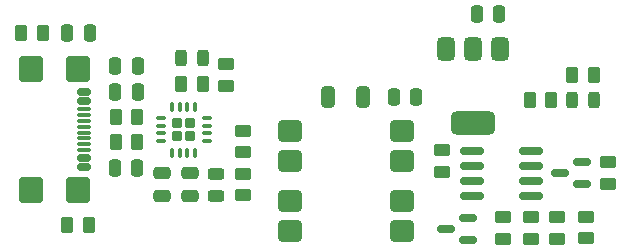
<source format=gbr>
%TF.GenerationSoftware,KiCad,Pcbnew,9.0.2*%
%TF.CreationDate,2025-06-06T06:50:43+02:00*%
%TF.ProjectId,USB-RS485_FT230,5553422d-5253-4343-9835-5f4654323330,rev?*%
%TF.SameCoordinates,Original*%
%TF.FileFunction,Paste,Top*%
%TF.FilePolarity,Positive*%
%FSLAX46Y46*%
G04 Gerber Fmt 4.6, Leading zero omitted, Abs format (unit mm)*
G04 Created by KiCad (PCBNEW 9.0.2) date 2025-06-06 06:50:43*
%MOMM*%
%LPD*%
G01*
G04 APERTURE LIST*
G04 Aperture macros list*
%AMRoundRect*
0 Rectangle with rounded corners*
0 $1 Rounding radius*
0 $2 $3 $4 $5 $6 $7 $8 $9 X,Y pos of 4 corners*
0 Add a 4 corners polygon primitive as box body*
4,1,4,$2,$3,$4,$5,$6,$7,$8,$9,$2,$3,0*
0 Add four circle primitives for the rounded corners*
1,1,$1+$1,$2,$3*
1,1,$1+$1,$4,$5*
1,1,$1+$1,$6,$7*
1,1,$1+$1,$8,$9*
0 Add four rect primitives between the rounded corners*
20,1,$1+$1,$2,$3,$4,$5,0*
20,1,$1+$1,$4,$5,$6,$7,0*
20,1,$1+$1,$6,$7,$8,$9,0*
20,1,$1+$1,$8,$9,$2,$3,0*%
G04 Aperture macros list end*
%ADD10RoundRect,0.250000X0.450000X-0.262500X0.450000X0.262500X-0.450000X0.262500X-0.450000X-0.262500X0*%
%ADD11RoundRect,0.150000X0.587500X0.150000X-0.587500X0.150000X-0.587500X-0.150000X0.587500X-0.150000X0*%
%ADD12RoundRect,0.250000X0.250000X0.475000X-0.250000X0.475000X-0.250000X-0.475000X0.250000X-0.475000X0*%
%ADD13RoundRect,0.249999X-0.750001X-0.640001X0.750001X-0.640001X0.750001X0.640001X-0.750001X0.640001X0*%
%ADD14RoundRect,0.250000X0.262500X0.450000X-0.262500X0.450000X-0.262500X-0.450000X0.262500X-0.450000X0*%
%ADD15RoundRect,0.243750X-0.456250X0.243750X-0.456250X-0.243750X0.456250X-0.243750X0.456250X0.243750X0*%
%ADD16RoundRect,0.250000X0.475000X-0.250000X0.475000X0.250000X-0.475000X0.250000X-0.475000X-0.250000X0*%
%ADD17RoundRect,0.250000X-0.475000X0.250000X-0.475000X-0.250000X0.475000X-0.250000X0.475000X0.250000X0*%
%ADD18RoundRect,0.249999X0.750001X0.640001X-0.750001X0.640001X-0.750001X-0.640001X0.750001X-0.640001X0*%
%ADD19RoundRect,0.243750X0.243750X0.456250X-0.243750X0.456250X-0.243750X-0.456250X0.243750X-0.456250X0*%
%ADD20RoundRect,0.250000X-0.450000X0.262500X-0.450000X-0.262500X0.450000X-0.262500X0.450000X0.262500X0*%
%ADD21RoundRect,0.150000X-0.825000X-0.150000X0.825000X-0.150000X0.825000X0.150000X-0.825000X0.150000X0*%
%ADD22RoundRect,0.250000X-0.325000X-0.650000X0.325000X-0.650000X0.325000X0.650000X-0.325000X0.650000X0*%
%ADD23RoundRect,0.250000X-0.262500X-0.450000X0.262500X-0.450000X0.262500X0.450000X-0.262500X0.450000X0*%
%ADD24RoundRect,0.250000X-0.250000X-0.475000X0.250000X-0.475000X0.250000X0.475000X-0.250000X0.475000X0*%
%ADD25RoundRect,0.212500X-0.212500X0.212500X-0.212500X-0.212500X0.212500X-0.212500X0.212500X0.212500X0*%
%ADD26RoundRect,0.075000X-0.075000X0.350000X-0.075000X-0.350000X0.075000X-0.350000X0.075000X0.350000X0*%
%ADD27RoundRect,0.075000X-0.350000X0.075000X-0.350000X-0.075000X0.350000X-0.075000X0.350000X0.075000X0*%
%ADD28RoundRect,0.375000X-0.375000X0.625000X-0.375000X-0.625000X0.375000X-0.625000X0.375000X0.625000X0*%
%ADD29RoundRect,0.500000X-1.400000X0.500000X-1.400000X-0.500000X1.400000X-0.500000X1.400000X0.500000X0*%
%ADD30RoundRect,0.150000X-0.425000X0.150000X-0.425000X-0.150000X0.425000X-0.150000X0.425000X0.150000X0*%
%ADD31RoundRect,0.075000X-0.500000X0.075000X-0.500000X-0.075000X0.500000X-0.075000X0.500000X0.075000X0*%
%ADD32RoundRect,0.250000X-0.750000X0.840000X-0.750000X-0.840000X0.750000X-0.840000X0.750000X0.840000X0*%
%ADD33RoundRect,0.243750X-0.243750X-0.456250X0.243750X-0.456250X0.243750X0.456250X-0.243750X0.456250X0*%
G04 APERTURE END LIST*
D10*
%TO.C,R13*%
X100150000Y-104512500D03*
X100150000Y-102687500D03*
%TD*%
D11*
%TO.C,D3*%
X104487500Y-99900000D03*
X104487500Y-98000000D03*
X102612500Y-98950000D03*
%TD*%
D12*
%TO.C,C4*%
X66825000Y-98500000D03*
X64925000Y-98500000D03*
%TD*%
D13*
%TO.C,U2*%
X79735000Y-101340000D03*
X79735000Y-103880000D03*
X89265000Y-103880000D03*
X89265000Y-101340000D03*
%TD*%
D14*
%TO.C,R1*%
X66812500Y-96325000D03*
X64987500Y-96325000D03*
%TD*%
%TO.C,R4*%
X62712500Y-103300000D03*
X60887500Y-103300000D03*
%TD*%
%TO.C,R7*%
X72393750Y-91375000D03*
X70568750Y-91375000D03*
%TD*%
D15*
%TO.C,D1*%
X73500000Y-98987500D03*
X73500000Y-100862500D03*
%TD*%
D14*
%TO.C,R2*%
X66812500Y-94200000D03*
X64987500Y-94200000D03*
%TD*%
D10*
%TO.C,R8*%
X75750000Y-97187500D03*
X75750000Y-95362500D03*
%TD*%
D14*
%TO.C,R11*%
X105462500Y-90610000D03*
X103637500Y-90610000D03*
%TD*%
%TO.C,R16*%
X101862500Y-92750000D03*
X100037500Y-92750000D03*
%TD*%
D11*
%TO.C,Q1*%
X94837500Y-104600000D03*
X94837500Y-102700000D03*
X92962500Y-103650000D03*
%TD*%
D16*
%TO.C,C1*%
X71250000Y-100850000D03*
X71250000Y-98950000D03*
%TD*%
D17*
%TO.C,C5*%
X68925000Y-98950000D03*
X68925000Y-100850000D03*
%TD*%
D18*
%TO.C,U3*%
X89265000Y-97880000D03*
X89265000Y-95340000D03*
X79735000Y-95340000D03*
X79735000Y-97880000D03*
%TD*%
D19*
%TO.C,D4*%
X105487500Y-92750000D03*
X103612500Y-92750000D03*
%TD*%
D20*
%TO.C,R14*%
X97750000Y-102687500D03*
X97750000Y-104512500D03*
%TD*%
D21*
%TO.C,U6*%
X95175000Y-97055000D03*
X95175000Y-98325000D03*
X95175000Y-99595000D03*
X95175000Y-100865000D03*
X100125000Y-100865000D03*
X100125000Y-99595000D03*
X100125000Y-98325000D03*
X100125000Y-97055000D03*
%TD*%
D22*
%TO.C,C7*%
X83000000Y-92500000D03*
X85950000Y-92500000D03*
%TD*%
D10*
%TO.C,R6*%
X74375000Y-91537500D03*
X74375000Y-89712500D03*
%TD*%
D23*
%TO.C,R3*%
X56987500Y-87060000D03*
X58812500Y-87060000D03*
%TD*%
D24*
%TO.C,C3*%
X64975000Y-89850000D03*
X66875000Y-89850000D03*
%TD*%
D25*
%TO.C,U1*%
X71275000Y-94725000D03*
X70225000Y-94725000D03*
X71275000Y-95775000D03*
X70225000Y-95775000D03*
D26*
X71725000Y-93300000D03*
X71075000Y-93300000D03*
X70425000Y-93300000D03*
X69775000Y-93300000D03*
D27*
X68800000Y-94275000D03*
X68800000Y-94925000D03*
X68800000Y-95575000D03*
X68800000Y-96225000D03*
D26*
X69775000Y-97200000D03*
X70425000Y-97200000D03*
X71075000Y-97200000D03*
X71725000Y-97200000D03*
D27*
X72700000Y-96225000D03*
X72700000Y-95575000D03*
X72700000Y-94925000D03*
X72700000Y-94275000D03*
%TD*%
D20*
%TO.C,R15*%
X106650000Y-98037500D03*
X106650000Y-99862500D03*
%TD*%
D24*
%TO.C,C8*%
X88550000Y-92500000D03*
X90450000Y-92500000D03*
%TD*%
D28*
%TO.C,U5*%
X97550000Y-88410000D03*
X95250000Y-88410000D03*
D29*
X95250000Y-94710000D03*
D28*
X92950000Y-88410000D03*
%TD*%
D24*
%TO.C,C6*%
X60900000Y-87060000D03*
X62800000Y-87060000D03*
%TD*%
D20*
%TO.C,R12*%
X104800000Y-102637500D03*
X104800000Y-104462500D03*
%TD*%
D10*
%TO.C,R10*%
X102400000Y-104512500D03*
X102400000Y-102687500D03*
%TD*%
D12*
%TO.C,C2*%
X66875000Y-92050000D03*
X64975000Y-92050000D03*
%TD*%
%TO.C,C9*%
X97450000Y-85500000D03*
X95550000Y-85500000D03*
%TD*%
D30*
%TO.C,J1*%
X62355000Y-92050000D03*
X62355000Y-92850000D03*
D31*
X62355000Y-94000000D03*
X62355000Y-95000000D03*
X62355000Y-95500000D03*
X62355000Y-96500000D03*
D30*
X62355000Y-97650000D03*
X62355000Y-98450000D03*
X62355000Y-98450000D03*
X62355000Y-97650000D03*
D31*
X62355000Y-97000000D03*
X62355000Y-96000000D03*
X62355000Y-94500000D03*
X62355000Y-93500000D03*
D30*
X62355000Y-92850000D03*
X62355000Y-92050000D03*
D32*
X61780000Y-90140000D03*
X57850000Y-90140000D03*
X61780000Y-100360000D03*
X57850000Y-100360000D03*
%TD*%
D20*
%TO.C,R9*%
X92600000Y-96997500D03*
X92600000Y-98822500D03*
%TD*%
D33*
%TO.C,D2*%
X70543750Y-89150000D03*
X72418750Y-89150000D03*
%TD*%
D20*
%TO.C,R5*%
X75750000Y-99000000D03*
X75750000Y-100825000D03*
%TD*%
M02*

</source>
